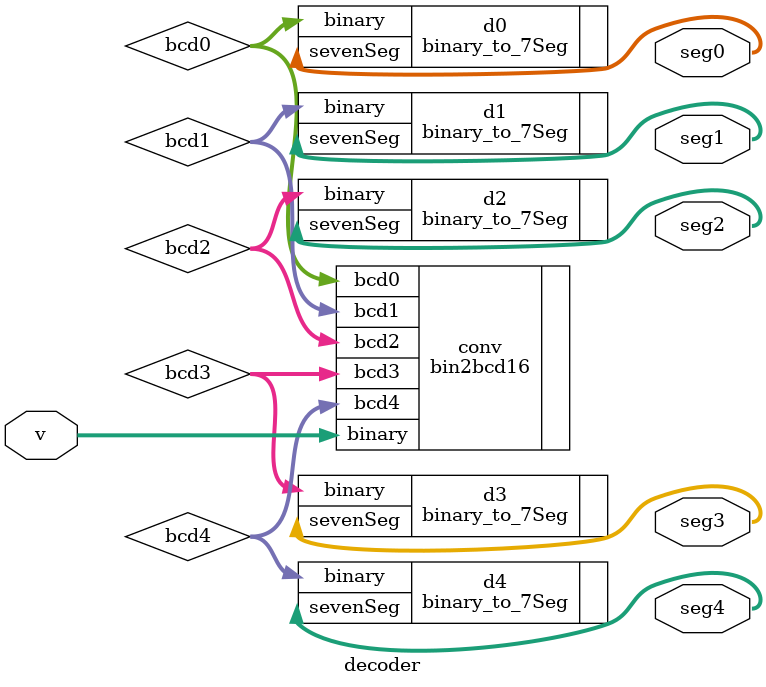
<source format=v>
module decoder (
    input  [15:0] v,       // 16‐bit binary
    output [6:0] seg4,
    output [6:0] seg3,
    output [6:0] seg2,
    output [6:0] seg1,
    output [6:0] seg0
);

    //----- convert binary→5×BCD digits -----
    wire [3:0] bcd4, bcd3, bcd2, bcd1, bcd0;
    bin2bcd16 conv (
        .binary(v),
        .bcd4  (bcd4),
        .bcd3  (bcd3),
        .bcd2  (bcd2),
        .bcd1  (bcd1),
        .bcd0  (bcd0)
    );

    //----- drive each BCD digit to 7‐seg decoder -----
    binary_to_7Seg d4(.binary(bcd4), .sevenSeg(seg4));
    binary_to_7Seg d3(.binary(bcd3), .sevenSeg(seg3));
    binary_to_7Seg d2(.binary(bcd2), .sevenSeg(seg2));
    binary_to_7Seg d1(.binary(bcd1), .sevenSeg(seg1));
    binary_to_7Seg d0(.binary(bcd0), .sevenSeg(seg0));

endmodule
</source>
